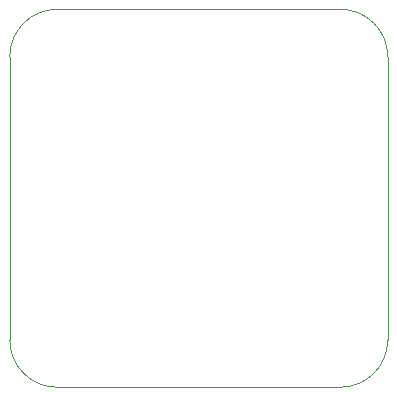
<source format=gbr>
G04 #@! TF.GenerationSoftware,KiCad,Pcbnew,(5.1.4)-1*
G04 #@! TF.CreationDate,2019-11-07T18:26:41-06:00*
G04 #@! TF.ProjectId,SensorBoard,53656e73-6f72-4426-9f61-72642e6b6963,rev?*
G04 #@! TF.SameCoordinates,Original*
G04 #@! TF.FileFunction,Profile,NP*
%FSLAX46Y46*%
G04 Gerber Fmt 4.6, Leading zero omitted, Abs format (unit mm)*
G04 Created by KiCad (PCBNEW (5.1.4)-1) date 2019-11-07 18:26:41*
%MOMM*%
%LPD*%
G04 APERTURE LIST*
%ADD10C,0.050000*%
G04 APERTURE END LIST*
D10*
X16000000Y-28000000D02*
X-8000000Y-28000000D01*
X-8000000Y4000000D02*
X16000000Y4000000D01*
X20000000Y-24000000D02*
G75*
G02X16000000Y-28000000I-4000000J0D01*
G01*
X16000000Y4000000D02*
G75*
G02X20000000Y0I0J-4000000D01*
G01*
X20000000Y0D02*
X20000000Y-24000000D01*
X-8000000Y-28000000D02*
G75*
G02X-12000000Y-24000000I0J4000000D01*
G01*
X-12000000Y-24000000D02*
X-12000000Y0D01*
X-12000000Y0D02*
G75*
G02X-8000000Y4000000I4000000J0D01*
G01*
M02*

</source>
